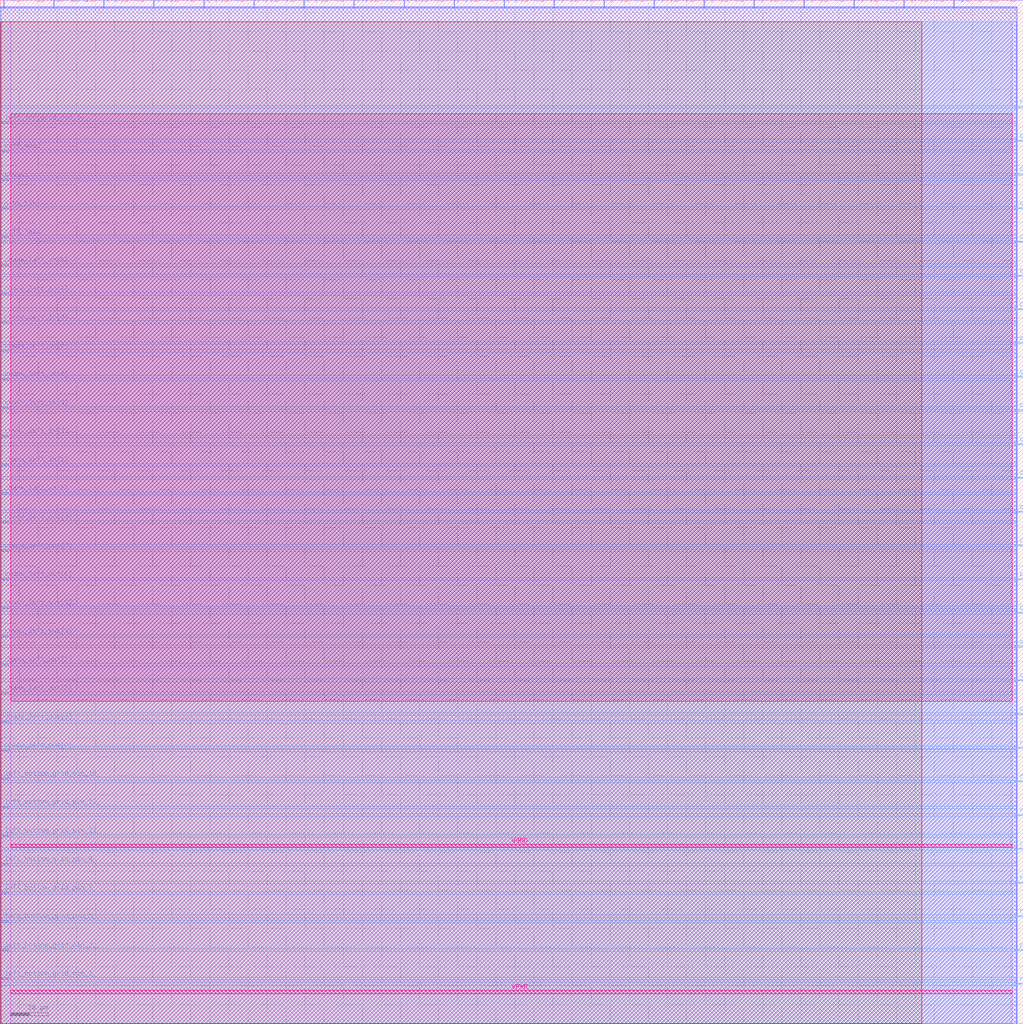
<source format=lef>
VERSION 5.7 ;
  NAMESCASESENSITIVE ON ;
  NOWIREEXTENSIONATPIN ON ;
  DIVIDERCHAR "/" ;
  BUSBITCHARS "[]" ;
UNITS
  DATABASE MICRONS 200 ;
END UNITS

MACRO sb_1__0_
  CLASS BLOCK ;
  FOREIGN sb_1__0_ ;
  ORIGIN 0.000 0.000 ;
  SIZE 536.625 BY 536.705 ;
  PIN left_bottom_grid_pin_1_
    DIRECTION INPUT ;
    PORT
      LAYER met3 ;
        RECT 0.000 23.400 4.000 24.000 ;
    END
  END left_bottom_grid_pin_1_
  PIN left_bottom_grid_pin_3_
    DIRECTION INPUT ;
    PORT
      LAYER met3 ;
        RECT 0.000 38.360 4.000 38.960 ;
    END
  END left_bottom_grid_pin_3_
  PIN left_bottom_grid_pin_5_
    DIRECTION INPUT ;
    PORT
      LAYER met3 ;
        RECT 0.000 53.320 4.000 53.920 ;
    END
  END left_bottom_grid_pin_5_
  PIN left_bottom_grid_pin_7_
    DIRECTION INPUT ;
    PORT
      LAYER met3 ;
        RECT 0.000 68.280 4.000 68.880 ;
    END
  END left_bottom_grid_pin_7_
  PIN left_bottom_grid_pin_9_
    DIRECTION INPUT ;
    PORT
      LAYER met3 ;
        RECT 0.000 83.240 4.000 83.840 ;
    END
  END left_bottom_grid_pin_9_
  PIN left_bottom_grid_pin_11_
    DIRECTION INPUT ;
    PORT
      LAYER met3 ;
        RECT 0.000 98.200 4.000 98.800 ;
    END
  END left_bottom_grid_pin_11_
  PIN left_bottom_grid_pin_13_
    DIRECTION INPUT ;
    PORT
      LAYER met3 ;
        RECT 0.000 113.160 4.000 113.760 ;
    END
  END left_bottom_grid_pin_13_
  PIN left_bottom_grid_pin_15_
    DIRECTION INPUT ;
    PORT
      LAYER met3 ;
        RECT 0.000 128.120 4.000 128.720 ;
    END
  END left_bottom_grid_pin_15_
  PIN chanx_left_out[0]
    DIRECTION OUTPUT TRISTATE ;
    PORT
      LAYER met3 ;
        RECT 0.000 143.080 4.000 143.680 ;
    END
  END chanx_left_out[0]
  PIN chanx_left_out[1]
    DIRECTION OUTPUT TRISTATE ;
    PORT
      LAYER met3 ;
        RECT 0.000 158.040 4.000 158.640 ;
    END
  END chanx_left_out[1]
  PIN chanx_left_out[2]
    DIRECTION OUTPUT TRISTATE ;
    PORT
      LAYER met3 ;
        RECT 0.000 173.000 4.000 173.600 ;
    END
  END chanx_left_out[2]
  PIN chanx_left_out[3]
    DIRECTION OUTPUT TRISTATE ;
    PORT
      LAYER met3 ;
        RECT 0.000 187.960 4.000 188.560 ;
    END
  END chanx_left_out[3]
  PIN chanx_left_out[4]
    DIRECTION OUTPUT TRISTATE ;
    PORT
      LAYER met3 ;
        RECT 0.000 202.920 4.000 203.520 ;
    END
  END chanx_left_out[4]
  PIN chanx_left_out[5]
    DIRECTION OUTPUT TRISTATE ;
    PORT
      LAYER met3 ;
        RECT 0.000 217.880 4.000 218.480 ;
    END
  END chanx_left_out[5]
  PIN chanx_left_out[6]
    DIRECTION OUTPUT TRISTATE ;
    PORT
      LAYER met3 ;
        RECT 0.000 232.840 4.000 233.440 ;
    END
  END chanx_left_out[6]
  PIN chanx_left_out[7]
    DIRECTION OUTPUT TRISTATE ;
    PORT
      LAYER met3 ;
        RECT 0.000 247.800 4.000 248.400 ;
    END
  END chanx_left_out[7]
  PIN chanx_left_out[8]
    DIRECTION OUTPUT TRISTATE ;
    PORT
      LAYER met3 ;
        RECT 0.000 262.760 4.000 263.360 ;
    END
  END chanx_left_out[8]
  PIN chanx_left_in[0]
    DIRECTION INPUT ;
    PORT
      LAYER met3 ;
        RECT 0.000 277.720 4.000 278.320 ;
    END
  END chanx_left_in[0]
  PIN chanx_left_in[1]
    DIRECTION INPUT ;
    PORT
      LAYER met3 ;
        RECT 0.000 292.680 4.000 293.280 ;
    END
  END chanx_left_in[1]
  PIN chanx_left_in[2]
    DIRECTION INPUT ;
    PORT
      LAYER met3 ;
        RECT 0.000 307.640 4.000 308.240 ;
    END
  END chanx_left_in[2]
  PIN chanx_left_in[3]
    DIRECTION INPUT ;
    PORT
      LAYER met3 ;
        RECT 0.000 322.600 4.000 323.200 ;
    END
  END chanx_left_in[3]
  PIN chanx_left_in[4]
    DIRECTION INPUT ;
    PORT
      LAYER met3 ;
        RECT 0.000 337.560 4.000 338.160 ;
    END
  END chanx_left_in[4]
  PIN chanx_left_in[5]
    DIRECTION INPUT ;
    PORT
      LAYER met3 ;
        RECT 0.000 352.520 4.000 353.120 ;
    END
  END chanx_left_in[5]
  PIN chanx_left_in[6]
    DIRECTION INPUT ;
    PORT
      LAYER met3 ;
        RECT 0.000 367.480 4.000 368.080 ;
    END
  END chanx_left_in[6]
  PIN chanx_left_in[7]
    DIRECTION INPUT ;
    PORT
      LAYER met3 ;
        RECT 0.000 382.440 4.000 383.040 ;
    END
  END chanx_left_in[7]
  PIN chanx_left_in[8]
    DIRECTION INPUT ;
    PORT
      LAYER met3 ;
        RECT 0.000 397.400 4.000 398.000 ;
    END
  END chanx_left_in[8]
  PIN ccff_tail
    DIRECTION OUTPUT TRISTATE ;
    PORT
      LAYER met3 ;
        RECT 0.000 412.360 4.000 412.960 ;
    END
  END ccff_tail
  PIN prog_clk
    DIRECTION INPUT ;
    PORT
      LAYER met3 ;
        RECT 0.000 427.320 4.000 427.920 ;
    END
  END prog_clk
  PIN pReset
    DIRECTION INPUT ;
    PORT
      LAYER met3 ;
        RECT 0.000 442.280 4.000 442.880 ;
    END
  END pReset
  PIN ccff_head
    DIRECTION INPUT ;
    PORT
      LAYER met3 ;
        RECT 0.000 457.240 4.000 457.840 ;
    END
  END ccff_head
  PIN left_top_grid_pin_10_
    DIRECTION OUTPUT TRISTATE ;
    PORT
      LAYER met3 ;
        RECT 0.000 472.200 4.000 472.800 ;
    END
  END left_top_grid_pin_10_
  PIN top_left_grid_pin_13_
    DIRECTION INPUT ;
    PORT
      LAYER met2 ;
        RECT 1.930 532.705 2.210 536.705 ;
    END
  END top_left_grid_pin_13_
  PIN chany_top_out[0]
    DIRECTION OUTPUT TRISTATE ;
    PORT
      LAYER met2 ;
        RECT 28.150 532.705 28.430 536.705 ;
    END
  END chany_top_out[0]
  PIN chany_top_out[1]
    DIRECTION OUTPUT TRISTATE ;
    PORT
      LAYER met2 ;
        RECT 54.370 532.705 54.650 536.705 ;
    END
  END chany_top_out[1]
  PIN chany_top_out[2]
    DIRECTION OUTPUT TRISTATE ;
    PORT
      LAYER met2 ;
        RECT 80.590 532.705 80.870 536.705 ;
    END
  END chany_top_out[2]
  PIN chany_top_out[3]
    DIRECTION OUTPUT TRISTATE ;
    PORT
      LAYER met2 ;
        RECT 106.810 532.705 107.090 536.705 ;
    END
  END chany_top_out[3]
  PIN chany_top_out[4]
    DIRECTION OUTPUT TRISTATE ;
    PORT
      LAYER met2 ;
        RECT 133.030 532.705 133.310 536.705 ;
    END
  END chany_top_out[4]
  PIN chany_top_out[5]
    DIRECTION OUTPUT TRISTATE ;
    PORT
      LAYER met2 ;
        RECT 159.250 532.705 159.530 536.705 ;
    END
  END chany_top_out[5]
  PIN chany_top_out[6]
    DIRECTION OUTPUT TRISTATE ;
    PORT
      LAYER met2 ;
        RECT 185.470 532.705 185.750 536.705 ;
    END
  END chany_top_out[6]
  PIN chany_top_out[7]
    DIRECTION OUTPUT TRISTATE ;
    PORT
      LAYER met2 ;
        RECT 211.690 532.705 211.970 536.705 ;
    END
  END chany_top_out[7]
  PIN chany_top_out[8]
    DIRECTION OUTPUT TRISTATE ;
    PORT
      LAYER met2 ;
        RECT 237.910 532.705 238.190 536.705 ;
    END
  END chany_top_out[8]
  PIN chany_top_in[0]
    DIRECTION INPUT ;
    PORT
      LAYER met2 ;
        RECT 264.130 532.705 264.410 536.705 ;
    END
  END chany_top_in[0]
  PIN chany_top_in[1]
    DIRECTION INPUT ;
    PORT
      LAYER met2 ;
        RECT 290.350 532.705 290.630 536.705 ;
    END
  END chany_top_in[1]
  PIN chany_top_in[2]
    DIRECTION INPUT ;
    PORT
      LAYER met2 ;
        RECT 316.570 532.705 316.850 536.705 ;
    END
  END chany_top_in[2]
  PIN chany_top_in[3]
    DIRECTION INPUT ;
    PORT
      LAYER met2 ;
        RECT 342.790 532.705 343.070 536.705 ;
    END
  END chany_top_in[3]
  PIN chany_top_in[4]
    DIRECTION INPUT ;
    PORT
      LAYER met2 ;
        RECT 369.010 532.705 369.290 536.705 ;
    END
  END chany_top_in[4]
  PIN chany_top_in[5]
    DIRECTION INPUT ;
    PORT
      LAYER met2 ;
        RECT 395.230 532.705 395.510 536.705 ;
    END
  END chany_top_in[5]
  PIN chany_top_in[6]
    DIRECTION INPUT ;
    PORT
      LAYER met2 ;
        RECT 421.450 532.705 421.730 536.705 ;
    END
  END chany_top_in[6]
  PIN chany_top_in[7]
    DIRECTION INPUT ;
    PORT
      LAYER met2 ;
        RECT 447.670 532.705 447.950 536.705 ;
    END
  END chany_top_in[7]
  PIN chany_top_in[8]
    DIRECTION INPUT ;
    PORT
      LAYER met2 ;
        RECT 473.890 532.705 474.170 536.705 ;
    END
  END chany_top_in[8]
  PIN top_right_grid_pin_11_
    DIRECTION INPUT ;
    PORT
      LAYER met2 ;
        RECT 500.110 532.705 500.390 536.705 ;
    END
  END top_right_grid_pin_11_
  PIN right_bottom_grid_pin_1_
    DIRECTION INPUT ;
    PORT
      LAYER met3 ;
        RECT 532.625 20.680 536.625 21.280 ;
    END
  END right_bottom_grid_pin_1_
  PIN right_bottom_grid_pin_3_
    DIRECTION INPUT ;
    PORT
      LAYER met3 ;
        RECT 532.625 38.360 536.625 38.960 ;
    END
  END right_bottom_grid_pin_3_
  PIN right_bottom_grid_pin_5_
    DIRECTION INPUT ;
    PORT
      LAYER met3 ;
        RECT 532.625 56.040 536.625 56.640 ;
    END
  END right_bottom_grid_pin_5_
  PIN right_bottom_grid_pin_7_
    DIRECTION INPUT ;
    PORT
      LAYER met3 ;
        RECT 532.625 73.720 536.625 74.320 ;
    END
  END right_bottom_grid_pin_7_
  PIN right_bottom_grid_pin_9_
    DIRECTION INPUT ;
    PORT
      LAYER met3 ;
        RECT 532.625 91.400 536.625 92.000 ;
    END
  END right_bottom_grid_pin_9_
  PIN right_bottom_grid_pin_11_
    DIRECTION INPUT ;
    PORT
      LAYER met3 ;
        RECT 532.625 109.080 536.625 109.680 ;
    END
  END right_bottom_grid_pin_11_
  PIN right_bottom_grid_pin_13_
    DIRECTION INPUT ;
    PORT
      LAYER met3 ;
        RECT 532.625 126.760 536.625 127.360 ;
    END
  END right_bottom_grid_pin_13_
  PIN right_bottom_grid_pin_15_
    DIRECTION INPUT ;
    PORT
      LAYER met3 ;
        RECT 532.625 144.440 536.625 145.040 ;
    END
  END right_bottom_grid_pin_15_
  PIN chanx_right_out[0]
    DIRECTION OUTPUT TRISTATE ;
    PORT
      LAYER met3 ;
        RECT 532.625 162.120 536.625 162.720 ;
    END
  END chanx_right_out[0]
  PIN chanx_right_out[1]
    DIRECTION OUTPUT TRISTATE ;
    PORT
      LAYER met3 ;
        RECT 532.625 179.800 536.625 180.400 ;
    END
  END chanx_right_out[1]
  PIN chanx_right_out[2]
    DIRECTION OUTPUT TRISTATE ;
    PORT
      LAYER met3 ;
        RECT 532.625 197.480 536.625 198.080 ;
    END
  END chanx_right_out[2]
  PIN chanx_right_out[3]
    DIRECTION OUTPUT TRISTATE ;
    PORT
      LAYER met3 ;
        RECT 532.625 215.160 536.625 215.760 ;
    END
  END chanx_right_out[3]
  PIN chanx_right_out[4]
    DIRECTION OUTPUT TRISTATE ;
    PORT
      LAYER met3 ;
        RECT 532.625 232.840 536.625 233.440 ;
    END
  END chanx_right_out[4]
  PIN chanx_right_out[5]
    DIRECTION OUTPUT TRISTATE ;
    PORT
      LAYER met3 ;
        RECT 532.625 250.520 536.625 251.120 ;
    END
  END chanx_right_out[5]
  PIN chanx_right_out[6]
    DIRECTION OUTPUT TRISTATE ;
    PORT
      LAYER met3 ;
        RECT 532.625 268.200 536.625 268.800 ;
    END
  END chanx_right_out[6]
  PIN chanx_right_out[7]
    DIRECTION OUTPUT TRISTATE ;
    PORT
      LAYER met3 ;
        RECT 532.625 285.880 536.625 286.480 ;
    END
  END chanx_right_out[7]
  PIN chanx_right_out[8]
    DIRECTION OUTPUT TRISTATE ;
    PORT
      LAYER met3 ;
        RECT 532.625 303.560 536.625 304.160 ;
    END
  END chanx_right_out[8]
  PIN chanx_right_in[0]
    DIRECTION INPUT ;
    PORT
      LAYER met3 ;
        RECT 532.625 321.240 536.625 321.840 ;
    END
  END chanx_right_in[0]
  PIN chanx_right_in[1]
    DIRECTION INPUT ;
    PORT
      LAYER met3 ;
        RECT 532.625 338.920 536.625 339.520 ;
    END
  END chanx_right_in[1]
  PIN chanx_right_in[2]
    DIRECTION INPUT ;
    PORT
      LAYER met3 ;
        RECT 532.625 356.600 536.625 357.200 ;
    END
  END chanx_right_in[2]
  PIN chanx_right_in[3]
    DIRECTION INPUT ;
    PORT
      LAYER met3 ;
        RECT 532.625 374.280 536.625 374.880 ;
    END
  END chanx_right_in[3]
  PIN chanx_right_in[4]
    DIRECTION INPUT ;
    PORT
      LAYER met3 ;
        RECT 532.625 391.960 536.625 392.560 ;
    END
  END chanx_right_in[4]
  PIN chanx_right_in[5]
    DIRECTION INPUT ;
    PORT
      LAYER met3 ;
        RECT 532.625 409.640 536.625 410.240 ;
    END
  END chanx_right_in[5]
  PIN chanx_right_in[6]
    DIRECTION INPUT ;
    PORT
      LAYER met3 ;
        RECT 532.625 427.320 536.625 427.920 ;
    END
  END chanx_right_in[6]
  PIN chanx_right_in[7]
    DIRECTION INPUT ;
    PORT
      LAYER met3 ;
        RECT 532.625 445.000 536.625 445.600 ;
    END
  END chanx_right_in[7]
  PIN chanx_right_in[8]
    DIRECTION INPUT ;
    PORT
      LAYER met3 ;
        RECT 532.625 462.680 536.625 463.280 ;
    END
  END chanx_right_in[8]
  PIN right_top_grid_pin_10_
    DIRECTION OUTPUT TRISTATE ;
    PORT
      LAYER met3 ;
        RECT 532.625 480.360 536.625 480.960 ;
    END
  END right_top_grid_pin_10_
  PIN VPWR
    DIRECTION INPUT ;
    USE POWER ;
    PORT
      LAYER met5 ;
        RECT 5.520 15.850 530.840 17.450 ;
    END
  END VPWR
  PIN VGND
    DIRECTION INPUT ;
    USE GROUND ;
    PORT
      LAYER met5 ;
        RECT 5.520 92.440 530.840 94.040 ;
    END
  END VGND
  OBS
      LAYER li1 ;
        RECT 5.520 0.155 530.840 525.285 ;
      LAYER met1 ;
        RECT 0.530 0.000 533.070 532.980 ;
      LAYER met2 ;
        RECT 0.090 532.425 1.650 533.090 ;
        RECT 2.490 532.425 27.870 533.090 ;
        RECT 28.710 532.425 54.090 533.090 ;
        RECT 54.930 532.425 80.310 533.090 ;
        RECT 81.150 532.425 106.530 533.090 ;
        RECT 107.370 532.425 132.750 533.090 ;
        RECT 133.590 532.425 158.970 533.090 ;
        RECT 159.810 532.425 185.190 533.090 ;
        RECT 186.030 532.425 211.410 533.090 ;
        RECT 212.250 532.425 237.630 533.090 ;
        RECT 238.470 532.425 263.850 533.090 ;
        RECT 264.690 532.425 290.070 533.090 ;
        RECT 290.910 532.425 316.290 533.090 ;
        RECT 317.130 532.425 342.510 533.090 ;
        RECT 343.350 532.425 368.730 533.090 ;
        RECT 369.570 532.425 394.950 533.090 ;
        RECT 395.790 532.425 421.170 533.090 ;
        RECT 422.010 532.425 447.390 533.090 ;
        RECT 448.230 532.425 473.610 533.090 ;
        RECT 474.450 532.425 499.830 533.090 ;
        RECT 500.670 532.425 533.510 533.090 ;
        RECT 0.090 0.000 533.510 532.425 ;
      LAYER met3 ;
        RECT 0.065 481.360 533.290 525.365 ;
        RECT 0.065 479.960 532.225 481.360 ;
        RECT 0.065 473.200 533.290 479.960 ;
        RECT 4.400 471.800 533.290 473.200 ;
        RECT 0.065 463.680 533.290 471.800 ;
        RECT 0.065 462.280 532.225 463.680 ;
        RECT 0.065 458.240 533.290 462.280 ;
        RECT 4.400 456.840 533.290 458.240 ;
        RECT 0.065 446.000 533.290 456.840 ;
        RECT 0.065 444.600 532.225 446.000 ;
        RECT 0.065 443.280 533.290 444.600 ;
        RECT 4.400 441.880 533.290 443.280 ;
        RECT 0.065 428.320 533.290 441.880 ;
        RECT 4.400 426.920 532.225 428.320 ;
        RECT 0.065 413.360 533.290 426.920 ;
        RECT 4.400 411.960 533.290 413.360 ;
        RECT 0.065 410.640 533.290 411.960 ;
        RECT 0.065 409.240 532.225 410.640 ;
        RECT 0.065 398.400 533.290 409.240 ;
        RECT 4.400 397.000 533.290 398.400 ;
        RECT 0.065 392.960 533.290 397.000 ;
        RECT 0.065 391.560 532.225 392.960 ;
        RECT 0.065 383.440 533.290 391.560 ;
        RECT 4.400 382.040 533.290 383.440 ;
        RECT 0.065 375.280 533.290 382.040 ;
        RECT 0.065 373.880 532.225 375.280 ;
        RECT 0.065 368.480 533.290 373.880 ;
        RECT 4.400 367.080 533.290 368.480 ;
        RECT 0.065 357.600 533.290 367.080 ;
        RECT 0.065 356.200 532.225 357.600 ;
        RECT 0.065 353.520 533.290 356.200 ;
        RECT 4.400 352.120 533.290 353.520 ;
        RECT 0.065 339.920 533.290 352.120 ;
        RECT 0.065 338.560 532.225 339.920 ;
        RECT 4.400 338.520 532.225 338.560 ;
        RECT 4.400 337.160 533.290 338.520 ;
        RECT 0.065 323.600 533.290 337.160 ;
        RECT 4.400 322.240 533.290 323.600 ;
        RECT 4.400 322.200 532.225 322.240 ;
        RECT 0.065 320.840 532.225 322.200 ;
        RECT 0.065 308.640 533.290 320.840 ;
        RECT 4.400 307.240 533.290 308.640 ;
        RECT 0.065 304.560 533.290 307.240 ;
        RECT 0.065 303.160 532.225 304.560 ;
        RECT 0.065 293.680 533.290 303.160 ;
        RECT 4.400 292.280 533.290 293.680 ;
        RECT 0.065 286.880 533.290 292.280 ;
        RECT 0.065 285.480 532.225 286.880 ;
        RECT 0.065 278.720 533.290 285.480 ;
        RECT 4.400 277.320 533.290 278.720 ;
        RECT 0.065 269.200 533.290 277.320 ;
        RECT 0.065 267.800 532.225 269.200 ;
        RECT 0.065 263.760 533.290 267.800 ;
        RECT 4.400 262.360 533.290 263.760 ;
        RECT 0.065 251.520 533.290 262.360 ;
        RECT 0.065 250.120 532.225 251.520 ;
        RECT 0.065 248.800 533.290 250.120 ;
        RECT 4.400 247.400 533.290 248.800 ;
        RECT 0.065 233.840 533.290 247.400 ;
        RECT 4.400 232.440 532.225 233.840 ;
        RECT 0.065 218.880 533.290 232.440 ;
        RECT 4.400 217.480 533.290 218.880 ;
        RECT 0.065 216.160 533.290 217.480 ;
        RECT 0.065 214.760 532.225 216.160 ;
        RECT 0.065 203.920 533.290 214.760 ;
        RECT 4.400 202.520 533.290 203.920 ;
        RECT 0.065 198.480 533.290 202.520 ;
        RECT 0.065 197.080 532.225 198.480 ;
        RECT 0.065 188.960 533.290 197.080 ;
        RECT 4.400 187.560 533.290 188.960 ;
        RECT 0.065 180.800 533.290 187.560 ;
        RECT 0.065 179.400 532.225 180.800 ;
        RECT 0.065 174.000 533.290 179.400 ;
        RECT 4.400 172.600 533.290 174.000 ;
        RECT 0.065 163.120 533.290 172.600 ;
        RECT 0.065 161.720 532.225 163.120 ;
        RECT 0.065 159.040 533.290 161.720 ;
        RECT 4.400 157.640 533.290 159.040 ;
        RECT 0.065 145.440 533.290 157.640 ;
        RECT 0.065 144.080 532.225 145.440 ;
        RECT 4.400 144.040 532.225 144.080 ;
        RECT 4.400 142.680 533.290 144.040 ;
        RECT 0.065 129.120 533.290 142.680 ;
        RECT 4.400 127.760 533.290 129.120 ;
        RECT 4.400 127.720 532.225 127.760 ;
        RECT 0.065 126.360 532.225 127.720 ;
        RECT 0.065 114.160 533.290 126.360 ;
        RECT 4.400 112.760 533.290 114.160 ;
        RECT 0.065 110.080 533.290 112.760 ;
        RECT 0.065 108.680 532.225 110.080 ;
        RECT 0.065 99.200 533.290 108.680 ;
        RECT 4.400 97.800 533.290 99.200 ;
        RECT 0.065 92.400 533.290 97.800 ;
        RECT 0.065 91.000 532.225 92.400 ;
        RECT 0.065 84.240 533.290 91.000 ;
        RECT 4.400 82.840 533.290 84.240 ;
        RECT 0.065 74.720 533.290 82.840 ;
        RECT 0.065 73.320 532.225 74.720 ;
        RECT 0.065 69.280 533.290 73.320 ;
        RECT 4.400 67.880 533.290 69.280 ;
        RECT 0.065 57.040 533.290 67.880 ;
        RECT 0.065 55.640 532.225 57.040 ;
        RECT 0.065 54.320 533.290 55.640 ;
        RECT 4.400 52.920 533.290 54.320 ;
        RECT 0.065 39.360 533.290 52.920 ;
        RECT 4.400 37.960 532.225 39.360 ;
        RECT 0.065 24.400 533.290 37.960 ;
        RECT 4.400 23.000 533.290 24.400 ;
        RECT 0.065 21.680 533.290 23.000 ;
        RECT 0.065 20.280 532.225 21.680 ;
        RECT 0.065 0.075 533.290 20.280 ;
      LAYER met4 ;
        RECT 0.295 0.000 483.440 525.440 ;
      LAYER met5 ;
        RECT 5.520 169.030 530.840 476.990 ;
  END
END sb_1__0_
END LIBRARY


</source>
